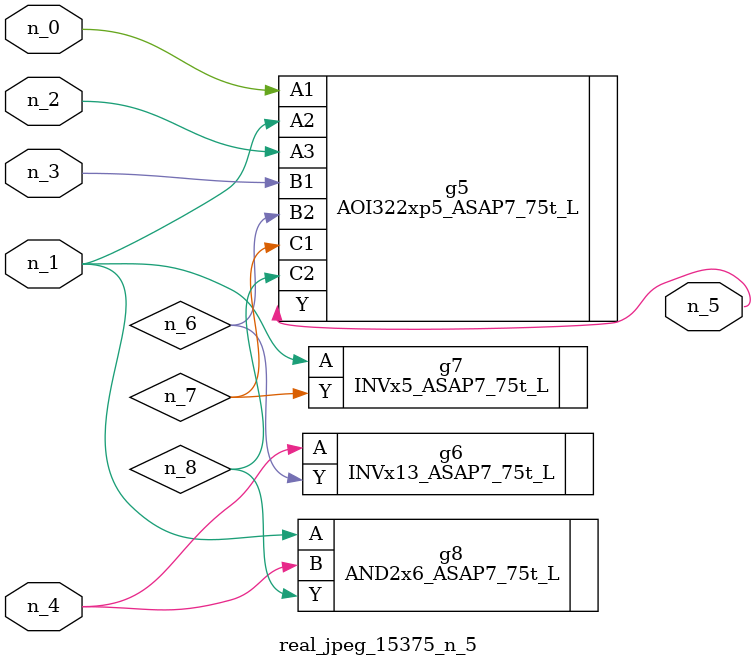
<source format=v>
module real_jpeg_15375_n_5 (n_4, n_0, n_1, n_2, n_3, n_5);

input n_4;
input n_0;
input n_1;
input n_2;
input n_3;

output n_5;

wire n_8;
wire n_6;
wire n_7;

AOI322xp5_ASAP7_75t_L g5 ( 
.A1(n_0),
.A2(n_1),
.A3(n_2),
.B1(n_3),
.B2(n_6),
.C1(n_7),
.C2(n_8),
.Y(n_5)
);

INVx5_ASAP7_75t_L g7 ( 
.A(n_1),
.Y(n_7)
);

AND2x6_ASAP7_75t_L g8 ( 
.A(n_1),
.B(n_4),
.Y(n_8)
);

INVx13_ASAP7_75t_L g6 ( 
.A(n_4),
.Y(n_6)
);


endmodule
</source>
